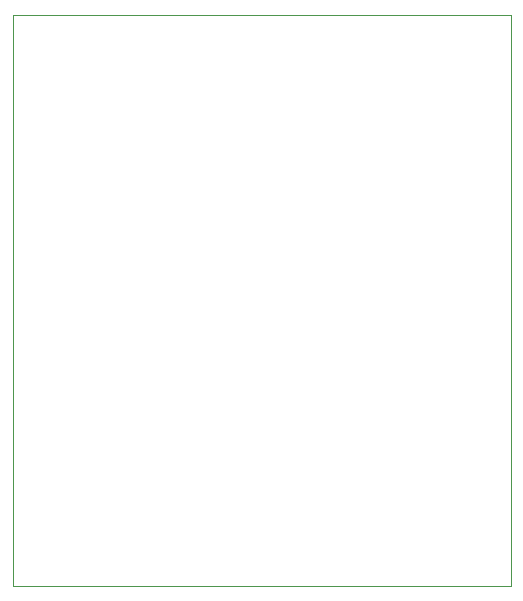
<source format=gbr>
G04 #@! TF.GenerationSoftware,KiCad,Pcbnew,(5.1.5)-3*
G04 #@! TF.CreationDate,2020-07-03T21:41:32-07:00*
G04 #@! TF.ProjectId,joystick,6a6f7973-7469-4636-9b2e-6b696361645f,rev?*
G04 #@! TF.SameCoordinates,Original*
G04 #@! TF.FileFunction,Profile,NP*
%FSLAX46Y46*%
G04 Gerber Fmt 4.6, Leading zero omitted, Abs format (unit mm)*
G04 Created by KiCad (PCBNEW (5.1.5)-3) date 2020-07-03 21:41:32*
%MOMM*%
%LPD*%
G04 APERTURE LIST*
%ADD10C,0.050000*%
G04 APERTURE END LIST*
D10*
X125548400Y-86626700D02*
X83375500Y-86626700D01*
X125548400Y-38227000D02*
X125548400Y-86626700D01*
X83375500Y-38227000D02*
X125548400Y-38227000D01*
X83375500Y-86626700D02*
X83375500Y-38227000D01*
M02*

</source>
